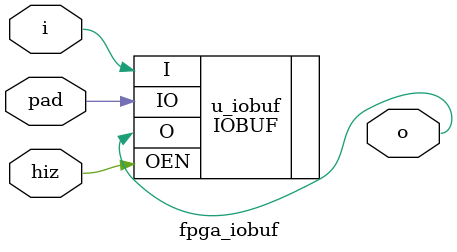
<source format=sv>

module fpga_iobuf (
   input  logic  i,   // core input,  to be sent to OUT pad
   output logic  o,   // core output, as received from INP pad
   input  logic  hiz, // core 1 to tri-state OUT, turning it into INP pad
    
   inout  wire   pad  // IO pad for off-chip signals
);

   IOBUF u_iobuf (
     .I   (i),
     .O   (o),
     .OEN (hiz),
     .IO  (pad)
   );
    
endmodule: fpga_iobuf

/*
------------------------------------------------------------------------------
Version History:
------------------------------------------------------------------------------
 2023/10/9 JI: initial creation    
*/

</source>
